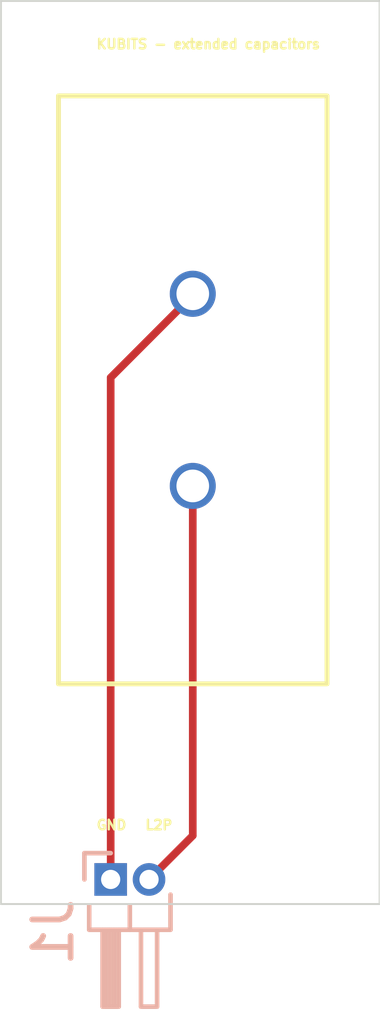
<source format=kicad_pcb>
(kicad_pcb (version 20240108) (generator "pcbnew") (generator_version "8.0")
  (layers (0 "F.Cu" signal) (31 "B.Cu" signal) (34 "B.Paste" user) (35 "F.Paste" user) (36 "B.SilkS" user "B.Silkscreen") (37 "F.SilkS" user "F.Silkscreen") (38 "B.Mask" user) (39 "F.Mask" user) (44 "Edge.Cuts" user))
  (net 0 "")
  (net 1 "GND")
  (net 2 "L2P")
  (footprint "ECQE2105JBB:CAPRR500W60L1530T700H1900" (layer "F.Cu") (at 134.62 101.56 90)
    (property "Reference" "C2" (hide yes))
    (property "Value" "ECQE2105JBB" (hide yes))
    (fp_line (start 7.65 -3.5) (end 7.65 3.5) (stroke (width 0.127)) (layer "F.SilkS"))
    (fp_line (start -7.65 -3.5) (end 7.65 -3.5) (stroke (width 0.127)) (layer "F.SilkS"))
    (fp_line (start -7.65 -3.5) (end -7.65 3.5) (stroke (width 0.127)) (layer "F.SilkS"))
    (fp_line (start -7.65 3.5) (end 7.65 3.5) (stroke (width 0.127)) (layer "F.SilkS"))
    (pad "1" thru_hole circle (at -2.5 0 90) (size 1.2 1.2) (drill 0.85) (layers "*.Cu" "*.Mask") (net 2 "L2P"))
    (pad "2" thru_hole circle (at 2.5 0 90) (size 1.2 1.2) (drill 0.85) (layers "*.Cu" "*.Mask") (net 1 "GND"))
  )
  (footprint "Connector_PinHeader_1.00mm:PinHeader_1x02_P1.00mm_Horizontal" (layer "B.Cu") (at 132.48 114.3 -90)
    (property "Reference" "J1" (at 1.375 1.5 90) (layer "B.SilkS") (effects (justify mirror)))
    (property "Value" "Conn_01x02_Pin" (hide yes))
    (fp_line (start -0.685 0.685) (end -0.685 0) (stroke (width 0.12)) (layer "B.SilkS"))
    (fp_line (start 0 0.685) (end -0.685 0.685) (stroke (width 0.12)) (layer "B.SilkS"))
    (fp_line (start 1.31 0.56) (end 0.685 0.56) (stroke (width 0.12)) (layer "B.SilkS"))
    (fp_line (start 3.31 0.21) (end 1.31 0.21) (stroke (width 0.12)) (layer "B.SilkS"))
    (fp_line (start 3.31 0.15) (end 1.31 0.15) (stroke (width 0.12)) (layer "B.SilkS"))
    (fp_line (start 3.31 0.03) (end 1.31 0.03) (stroke (width 0.12)) (layer "B.SilkS"))
    (fp_line (start 3.31 -0.09) (end 1.31 -0.09) (stroke (width 0.12)) (layer "B.SilkS"))
    (fp_line (start 1.31 -0.21) (end 3.31 -0.21) (stroke (width 0.12)) (layer "B.SilkS"))
    (fp_line (start 3.31 -0.21) (end 3.31 0.21) (stroke (width 0.12)) (layer "B.SilkS"))
    (fp_line (start 1.31 -0.5) (end 0.685 -0.5) (stroke (width 0.12)) (layer "B.SilkS"))
    (fp_line (start 3.31 -0.79) (end 1.31 -0.79) (stroke (width 0.12)) (layer "B.SilkS"))
    (fp_line (start 1.31 -1.21) (end 3.31 -1.21) (stroke (width 0.12)) (layer "B.SilkS"))
    (fp_line (start 3.31 -1.21) (end 3.31 -0.79) (stroke (width 0.12)) (layer "B.SilkS"))
    (fp_line (start 0.394493 -1.56) (end 1.31 -1.56) (stroke (width 0.12)) (layer "B.SilkS"))
    (fp_line (start 1.31 -1.56) (end 1.31 0.56) (stroke (width 0.12)) (layer "B.SilkS"))
    (pad "1" thru_hole rect (at 0 0 270) (size 0.85 0.85) (drill 0.5) (layers "*.Cu" "*.Mask") (net 1 "GND"))
    (pad "2" thru_hole oval (at 0 -1 270) (size 0.85 0.85) (drill 0.5) (layers "*.Cu" "*.Mask") (net 2 "L2P"))
  )
  (gr_rect (start 129.62 91.44) (end 139.49 114.94) (stroke (width 0.05)) (fill none) (layer "Edge.Cuts"))
  (gr_text "GND" (at 132.08 113.03 0) (layer "F.SilkS") (effects (font (size 0.25 0.25) (thickness 0.0625)) (justify left bottom)))
  (gr_text "L2P" (at 133.35 113.03 0) (layer "F.SilkS") (effects (font (size 0.25 0.25) (thickness 0.0625)) (justify left bottom)))
  (gr_text "KUBITS - extended capacitors" (at 132.08 92.71 0) (layer "F.SilkS") (effects (font (size 0.25 0.25) (thickness 0.0625)) (justify left bottom)))
  (segment (start 134.62 99.1) (end 132.48 101.24) (width 0.2) (layer "F.Cu") (net 1))
  (segment (start 132.520004 114.259996) (end 132.48 114.3) (width 0.2) (layer "F.Cu") (net 1))
  (segment (start 132.48 101.24) (end 132.48 114.3) (width 0.2) (layer "F.Cu") (net 1))
  (segment (start 134.62 104.1) (end 134.62 113.16) (width 0.2) (layer "F.Cu") (net 2))
  (segment (start 134.62 113.16) (end 133.48 114.3) (width 0.2) (layer "F.Cu") (net 2))
)
</source>
